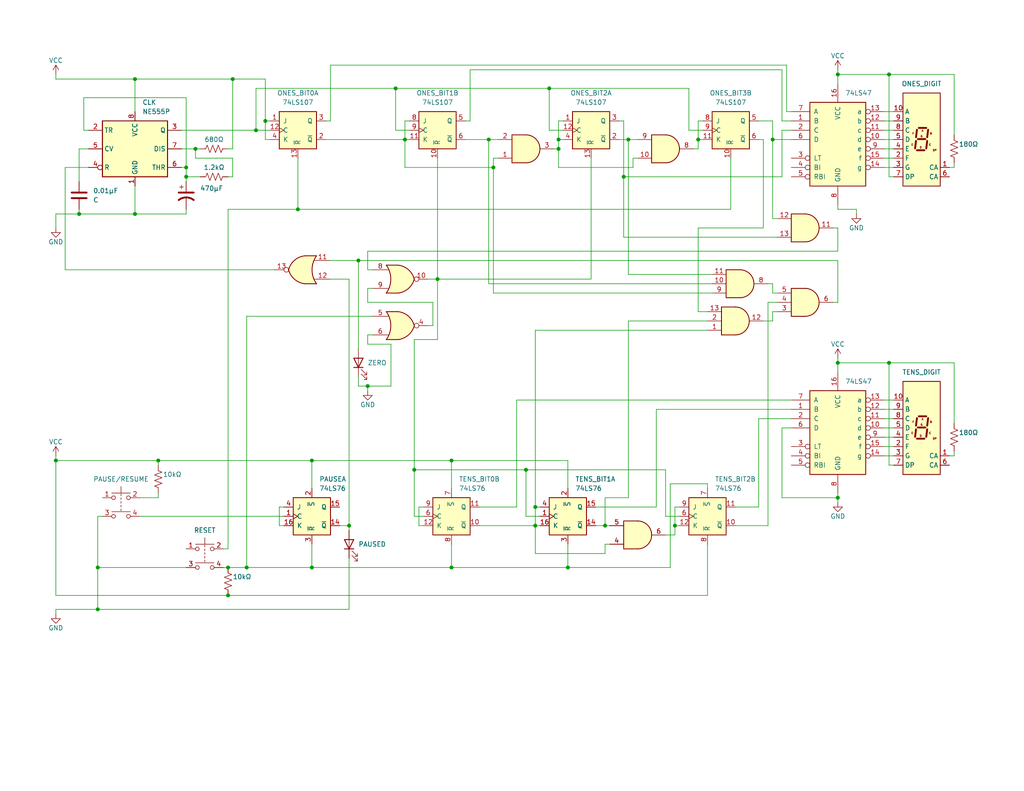
<source format=kicad_sch>
(kicad_sch (version 20211123) (generator eeschema)
  (paper "USLetter")
  (title_block (title "Countdown Timer") (date "2023-04-16") (rev "1") (comment 1 "Developed by Wyatt Geckle") (comment 4 "60 second countdown timer with pause and reset inputs."))
  (lib_symbols
    (symbol "74xx:74LS02" (pin_names (offset 1.016))
      (property "Reference" "U" (at 0 1.27 0))
      (property "Value" "74LS02" (at 0 -1.27 0))
      (symbol "74LS02_1_1"
        (pin output inverted (at 7.62 0 180) (length 3.81) (name "~") (number "1"))
        (pin input line (at -7.62 2.54 0) (length 4.318) (name "~") (number "2"))
        (pin input line (at -7.62 -2.54 0) (length 4.318) (name "~") (number "3"))
      )
      (symbol "74LS02_1_2"
        (pin output line (at 7.62 0 180) (length 3.81) (name "~") (number "1"))
        (pin input inverted (at -7.62 2.54 0) (length 3.81) (name "~") (number "2"))
        (pin input inverted (at -7.62 -2.54 0) (length 3.81) (name "~") (number "3"))
      )
      (symbol "74LS02_2_1"
        (pin output inverted (at 7.62 0 180) (length 3.81) (name "~") (number "4"))
        (pin input line (at -7.62 2.54 0) (length 4.318) (name "~") (number "5"))
        (pin input line (at -7.62 -2.54 0) (length 4.318) (name "~") (number "6"))
      )
      (symbol "74LS02_2_2"
        (pin output line (at 7.62 0 180) (length 3.81) (name "~") (number "4"))
        (pin input inverted (at -7.62 2.54 0) (length 3.81) (name "~") (number "5"))
        (pin input inverted (at -7.62 -2.54 0) (length 3.81) (name "~") (number "6"))
      )
      (symbol "74LS02_3_1"
        (pin output inverted (at 7.62 0 180) (length 3.81) (name "~") (number "10"))
        (pin input line (at -7.62 2.54 0) (length 4.318) (name "~") (number "8"))
        (pin input line (at -7.62 -2.54 0) (length 4.318) (name "~") (number "9"))
      )
      (symbol "74LS02_3_2"
        (pin output line (at 7.62 0 180) (length 3.81) (name "~") (number "10"))
        (pin input inverted (at -7.62 2.54 0) (length 3.81) (name "~") (number "8"))
        (pin input inverted (at -7.62 -2.54 0) (length 3.81) (name "~") (number "9"))
      )
      (symbol "74LS02_4_1"
        (pin input line (at -7.62 2.54 0) (length 4.318) (name "~") (number "11"))
        (pin input line (at -7.62 -2.54 0) (length 4.318) (name "~") (number "12"))
        (pin output inverted (at 7.62 0 180) (length 3.81) (name "~") (number "13"))
      )
      (symbol "74LS02_4_2"
        (pin input inverted (at -7.62 2.54 0) (length 3.81) (name "~") (number "11"))
        (pin input inverted (at -7.62 -2.54 0) (length 3.81) (name "~") (number "12"))
        (pin output line (at 7.62 0 180) (length 3.81) (name "~") (number "13"))
      )
      (symbol "74LS02_5_0"
        (pin power_in line (at 0 12.7 270) (length 5.08) (name "VCC") (number "14"))
        (pin power_in line (at 0 -12.7 90) (length 5.08) (name "GND") (number "7"))
      )
    )
    (symbol "74xx:74LS08" (pin_names (offset 1.016))
      (property "Reference" "U" (at 0 1.27 0))
      (property "Value" "74LS08" (at 0 -1.27 0))
      (symbol "74LS08_1_1"
        (pin input line (at -7.62 2.54 0) (length 3.81) (name "~") (number "1"))
        (pin input line (at -7.62 -2.54 0) (length 3.81) (name "~") (number "2"))
        (pin output line (at 7.62 0 180) (length 3.81) (name "~") (number "3"))
      )
      (symbol "74LS08_1_2"
        (pin input inverted (at -7.62 2.54 0) (length 4.318) (name "~") (number "1"))
        (pin input inverted (at -7.62 -2.54 0) (length 4.318) (name "~") (number "2"))
        (pin output inverted (at 7.62 0 180) (length 3.81) (name "~") (number "3"))
      )
      (symbol "74LS08_2_1"
        (pin input line (at -7.62 2.54 0) (length 3.81) (name "~") (number "4"))
        (pin input line (at -7.62 -2.54 0) (length 3.81) (name "~") (number "5"))
        (pin output line (at 7.62 0 180) (length 3.81) (name "~") (number "6"))
      )
      (symbol "74LS08_2_2"
        (pin input inverted (at -7.62 2.54 0) (length 4.318) (name "~") (number "4"))
        (pin input inverted (at -7.62 -2.54 0) (length 4.318) (name "~") (number "5"))
        (pin output inverted (at 7.62 0 180) (length 3.81) (name "~") (number "6"))
      )
      (symbol "74LS08_3_1"
        (pin input line (at -7.62 -2.54 0) (length 3.81) (name "~") (number "10"))
        (pin output line (at 7.62 0 180) (length 3.81) (name "~") (number "8"))
        (pin input line (at -7.62 2.54 0) (length 3.81) (name "~") (number "9"))
      )
      (symbol "74LS08_3_2"
        (pin input inverted (at -7.62 -2.54 0) (length 4.318) (name "~") (number "10"))
        (pin output inverted (at 7.62 0 180) (length 3.81) (name "~") (number "8"))
        (pin input inverted (at -7.62 2.54 0) (length 4.318) (name "~") (number "9"))
      )
      (symbol "74LS08_4_1"
        (pin output line (at 7.62 0 180) (length 3.81) (name "~") (number "11"))
        (pin input line (at -7.62 2.54 0) (length 3.81) (name "~") (number "12"))
        (pin input line (at -7.62 -2.54 0) (length 3.81) (name "~") (number "13"))
      )
      (symbol "74LS08_4_2"
        (pin output inverted (at 7.62 0 180) (length 3.81) (name "~") (number "11"))
        (pin input inverted (at -7.62 2.54 0) (length 4.318) (name "~") (number "12"))
        (pin input inverted (at -7.62 -2.54 0) (length 4.318) (name "~") (number "13"))
      )
      (symbol "74LS08_5_0"
        (pin power_in line (at 0 12.7 270) (length 5.08) (name "VCC") (number "14"))
        (pin power_in line (at 0 -12.7 90) (length 5.08) (name "GND") (number "7"))
      )
    )
    (symbol "74xx:74LS107" (pin_names (offset 1.016))
      (property "Reference" "U" (at -7.62 8.89 0))
      (property "Value" "74LS107" (at -7.62 -8.89 0))
      (symbol "74LS107_1_0"
        (pin input line (at -7.62 2.54 0) (length 2.54) (name "J") (number "1"))
        (pin input clock (at -7.62 0 0) (length 2.54) (name "C") (number "12"))
        (pin input line (at 0 -7.62 90) (length 2.54) (name "~{R}") (number "13"))
        (pin output line (at 7.62 -2.54 180) (length 2.54) (name "~{Q}") (number "2"))
        (pin output line (at 7.62 2.54 180) (length 2.54) (name "Q") (number "3"))
        (pin input line (at -7.62 -2.54 0) (length 2.54) (name "K") (number "4"))
      )
      (symbol "74LS107_2_0"
        (pin input line (at 0 -7.62 90) (length 2.54) (name "~{R}") (number "10"))
        (pin input line (at -7.62 -2.54 0) (length 2.54) (name "K") (number "11"))
        (pin output line (at 7.62 2.54 180) (length 2.54) (name "Q") (number "5"))
        (pin output line (at 7.62 -2.54 180) (length 2.54) (name "~{Q}") (number "6"))
        (pin input line (at -7.62 2.54 0) (length 2.54) (name "J") (number "8"))
        (pin input clock (at -7.62 0 0) (length 2.54) (name "C") (number "9"))
      )
      (symbol "74LS107_3_0"
        (pin power_in line (at 0 10.16 270) (length 2.54) (name "VCC") (number "14"))
        (pin power_in line (at 0 -10.16 90) (length 2.54) (name "GND") (number "7"))
      )
    )
    (symbol "74xx:74LS11" (pin_names (offset 1.016))
      (property "Reference" "U" (at 0 1.27 0))
      (property "Value" "74LS11" (at 0 -1.27 0))
      (symbol "74LS11_1_1"
        (pin input line (at -7.62 2.54 0) (length 3.81) (name "~") (number "1"))
        (pin output line (at 7.62 0 180) (length 3.81) (name "~") (number "12"))
        (pin input line (at -7.62 -2.54 0) (length 3.81) (name "~") (number "13"))
        (pin input line (at -7.62 0 0) (length 3.81) (name "~") (number "2"))
      )
      (symbol "74LS11_1_2"
        (pin input inverted (at -7.62 2.54 0) (length 4.318) (name "~") (number "1"))
        (pin output inverted (at 7.62 0 180) (length 3.81) (name "~") (number "12"))
        (pin input inverted (at -7.62 -2.54 0) (length 4.318) (name "~") (number "13"))
        (pin input inverted (at -7.62 0 0) (length 4.953) (name "~") (number "2"))
      )
      (symbol "74LS11_2_1"
        (pin input line (at -7.62 2.54 0) (length 3.81) (name "~") (number "3"))
        (pin input line (at -7.62 0 0) (length 3.81) (name "~") (number "4"))
        (pin input line (at -7.62 -2.54 0) (length 3.81) (name "~") (number "5"))
        (pin output line (at 7.62 0 180) (length 3.81) (name "~") (number "6"))
      )
      (symbol "74LS11_2_2"
        (pin input inverted (at -7.62 2.54 0) (length 4.318) (name "~") (number "3"))
        (pin input inverted (at -7.62 0 0) (length 4.953) (name "~") (number "4"))
        (pin input inverted (at -7.62 -2.54 0) (length 4.318) (name "~") (number "5"))
        (pin output inverted (at 7.62 0 180) (length 3.81) (name "~") (number "6"))
      )
      (symbol "74LS11_3_1"
        (pin input line (at -7.62 0 0) (length 3.81) (name "~") (number "10"))
        (pin input line (at -7.62 -2.54 0) (length 3.81) (name "~") (number "11"))
        (pin output line (at 7.62 0 180) (length 3.81) (name "~") (number "8"))
        (pin input line (at -7.62 2.54 0) (length 3.81) (name "~") (number "9"))
      )
      (symbol "74LS11_3_2"
        (pin input inverted (at -7.62 0 0) (length 4.953) (name "~") (number "10"))
        (pin input inverted (at -7.62 -2.54 0) (length 4.318) (name "~") (number "11"))
        (pin output inverted (at 7.62 0 180) (length 3.81) (name "~") (number "8"))
        (pin input inverted (at -7.62 2.54 0) (length 4.318) (name "~") (number "9"))
      )
      (symbol "74LS11_4_0"
        (pin power_in line (at 0 12.7 270) (length 5.08) (name "VCC") (number "14"))
        (pin power_in line (at 0 -12.7 90) (length 5.08) (name "GND") (number "7"))
      )
    )
    (symbol "74xx:74LS47" (pin_names (offset 1.016))
      (property "Reference" "U" (at -7.62 11.43 0))
      (property "Value" "74LS47" (at -7.62 -13.97 0))
      (symbol "74LS47_1_0"
        (pin input line (at -12.7 5.08 0) (length 5.08) (name "B") (number "1"))
        (pin open_collector inverted (at 12.7 0 180) (length 5.08) (name "d") (number "10"))
        (pin open_collector inverted (at 12.7 2.54 180) (length 5.08) (name "c") (number "11"))
        (pin open_collector inverted (at 12.7 5.08 180) (length 5.08) (name "b") (number "12"))
        (pin open_collector inverted (at 12.7 7.62 180) (length 5.08) (name "a") (number "13"))
        (pin open_collector inverted (at 12.7 -7.62 180) (length 5.08) (name "g") (number "14"))
        (pin open_collector inverted (at 12.7 -5.08 180) (length 5.08) (name "f") (number "15"))
        (pin power_in line (at 0 15.24 270) (length 5.08) (name "VCC") (number "16"))
        (pin input line (at -12.7 2.54 0) (length 5.08) (name "C") (number "2"))
        (pin input inverted (at -12.7 -5.08 0) (length 5.08) (name "LT") (number "3"))
        (pin input inverted (at -12.7 -7.62 0) (length 5.08) (name "BI") (number "4"))
        (pin input inverted (at -12.7 -10.16 0) (length 5.08) (name "RBI") (number "5"))
        (pin input line (at -12.7 0 0) (length 5.08) (name "D") (number "6"))
        (pin input line (at -12.7 7.62 0) (length 5.08) (name "A") (number "7"))
        (pin power_in line (at 0 -17.78 90) (length 5.08) (name "GND") (number "8"))
        (pin open_collector inverted (at 12.7 -2.54 180) (length 5.08) (name "e") (number "9"))
      )
    )
    (symbol "74xx:74LS76" (pin_names (offset 1.016))
      (property "Reference" "U" (at -7.62 8.89 0))
      (property "Value" "74LS76" (at -7.62 -8.89 0))
      (symbol "74LS76_1_0"
        (pin input clock (at -7.62 0 0) (length 2.54) (name "C") (number "1"))
        (pin output line (at 7.62 -2.54 180) (length 2.54) (name "~{Q}") (number "14"))
        (pin output line (at 7.62 2.54 180) (length 2.54) (name "Q") (number "15"))
        (pin input line (at -7.62 -2.54 0) (length 2.54) (name "K") (number "16"))
        (pin input line (at 0 7.62 270) (length 2.54) (name "~{S}") (number "2"))
        (pin input line (at 0 -7.62 90) (length 2.54) (name "~{R}") (number "3"))
        (pin input line (at -7.62 2.54 0) (length 2.54) (name "J") (number "4"))
      )
      (symbol "74LS76_2_0"
        (pin output line (at 7.62 -2.54 180) (length 2.54) (name "~{Q}") (number "10"))
        (pin output line (at 7.62 2.54 180) (length 2.54) (name "Q") (number "11"))
        (pin input line (at -7.62 -2.54 0) (length 2.54) (name "K") (number "12"))
        (pin input clock (at -7.62 0 0) (length 2.54) (name "C") (number "6"))
        (pin input line (at 0 7.62 270) (length 2.54) (name "~{S}") (number "7"))
        (pin input line (at 0 -7.62 90) (length 2.54) (name "~{R}") (number "8"))
        (pin input line (at -7.62 2.54 0) (length 2.54) (name "J") (number "9"))
      )
      (symbol "74LS76_3_0"
        (pin power_in line (at 0 -10.16 90) (length 2.54) (name "GND") (number "13"))
        (pin power_in line (at 0 10.16 270) (length 2.54) (name "VCC") (number "5"))
      )
    )
    (symbol "Device:C" (pin_numbers hide) (pin_names (offset 0.254))
      (property "Reference" "C" (at 0.635 2.54 0))
      (property "Value" "C" (at 0.635 -2.54 0))
      (symbol "C_1_1"
        (pin passive line (at 0 3.81 270) (length 2.794) (name "~") (number "1"))
        (pin passive line (at 0 -3.81 90) (length 2.794) (name "~") (number "2"))
      )
    )
    (symbol "Device:C_Polarized_US" (pin_numbers hide) (pin_names (offset 0.254) hide)
      (property "Reference" "C" (at 0.635 2.54 0))
      (property "Value" "C_Polarized_US" (at 0.635 -2.54 0))
      (symbol "C_Polarized_US_1_1"
        (pin passive line (at 0 3.81 270) (length 2.794) (name "~") (number "1"))
        (pin passive line (at 0 -3.81 90) (length 3.302) (name "~") (number "2"))
      )
    )
    (symbol "Device:LED" (pin_numbers hide) (pin_names (offset 1.016) hide)
      (property "Reference" "D" (at 0 2.54 0))
      (property "Value" "LED" (at 0 -2.54 0))
      (symbol "LED_1_1"
        (pin passive line (at -3.81 0 0) (length 2.54) (name "K") (number "1"))
        (pin passive line (at 3.81 0 180) (length 2.54) (name "A") (number "2"))
      )
    )
    (symbol "Device:R_US" (pin_numbers hide) (pin_names (offset 0))
      (property "Reference" "R" (at 2.54 0 90))
      (property "Value" "R_US" (at -2.54 0 90))
      (symbol "R_US_1_1"
        (pin passive line (at 0 3.81 270) (length 1.27) (name "~") (number "1"))
        (pin passive line (at 0 -3.81 90) (length 1.27) (name "~") (number "2"))
      )
    )
    (symbol "Display_Character:HDSP-7501"
      (property "Reference" "U" (at -3.81 13.97 0))
      (property "Value" "HDSP-7501" (at 6.35 13.97 0))
      (symbol "HDSP-7501_1_0"
        (text "A" (at 0.254 2.413 0) (effects (font (size 0.508 0.508))))
        (text "B" (at 2.54 1.651 0) (effects (font (size 0.508 0.508))))
        (text "C" (at 2.286 -1.397 0) (effects (font (size 0.508 0.508))))
        (text "D" (at -0.254 -2.159 0) (effects (font (size 0.508 0.508))))
        (text "DP" (at 3.556 -2.921 0) (effects (font (size 0.508 0.508))))
        (text "E" (at -2.54 -1.397 0) (effects (font (size 0.508 0.508))))
        (text "F" (at -2.286 1.651 0) (effects (font (size 0.508 0.508))))
        (text "G" (at 0 0.889 0) (effects (font (size 0.508 0.508))))
      )
      (symbol "HDSP-7501_1_1"
        (pin input line (at 7.62 -7.62 180) (length 2.54) (name "CA") (number "1"))
        (pin input line (at -7.62 7.62 0) (length 2.54) (name "A") (number "10"))
        (pin input line (at -7.62 -5.08 0) (length 2.54) (name "F") (number "2"))
        (pin input line (at -7.62 -7.62 0) (length 2.54) (name "G") (number "3"))
        (pin input line (at -7.62 -2.54 0) (length 2.54) (name "E") (number "4"))
        (pin input line (at -7.62 0 0) (length 2.54) (name "D") (number "5"))
        (pin input line (at 7.62 -10.16 180) (length 2.54) (name "CA") (number "6"))
        (pin input line (at -7.62 -10.16 0) (length 2.54) (name "DP") (number "7"))
        (pin input line (at -7.62 2.54 0) (length 2.54) (name "C") (number "8"))
        (pin input line (at -7.62 5.08 0) (length 2.54) (name "B") (number "9"))
      )
    )
    (symbol "Switch:SW_Push_Dual" (pin_names (offset 1.016) hide)
      (property "Reference" "SW" (at 1.27 2.54 0))
      (property "Value" "SW_Push_Dual" (at 0 -6.858 0))
      (symbol "SW_Push_Dual_0_1"
        (pin passive line (at -5.08 0 0) (length 2.54) (name "1") (number "1"))
        (pin passive line (at 5.08 0 180) (length 2.54) (name "2") (number "2"))
        (pin passive line (at -5.08 -5.08 0) (length 2.54) (name "3") (number "3"))
        (pin passive line (at 5.08 -5.08 180) (length 2.54) (name "4") (number "4"))
      )
    )
    (symbol "Timer:NE555P"
      (property "Reference" "U" (at -10.16 8.89 0))
      (property "Value" "NE555P" (at 2.54 8.89 0))
      (symbol "NE555P_0_0"
        (pin power_in line (at 0 -10.16 90) (length 2.54) (name "GND") (number "1"))
        (pin power_in line (at 0 10.16 270) (length 2.54) (name "VCC") (number "8"))
      )
      (symbol "NE555P_1_1"
        (pin input line (at -12.7 5.08 0) (length 3.81) (name "TR") (number "2"))
        (pin output line (at 12.7 5.08 180) (length 3.81) (name "Q") (number "3"))
        (pin input inverted (at -12.7 -5.08 0) (length 3.81) (name "R") (number "4"))
        (pin input line (at -12.7 0 0) (length 3.81) (name "CV") (number "5"))
        (pin input line (at 12.7 -5.08 180) (length 3.81) (name "THR") (number "6"))
        (pin input line (at 12.7 0 180) (length 3.81) (name "DIS") (number "7"))
      )
    )
    (symbol "power:GND" (power) (pin_names (offset 0))
      (property "Value" "GND" (at 0 -3.81 0))
      (symbol "GND_1_1"
        (pin power_in line (at 0 0 270) (length 0) hide (name "GND") (number "1"))
      )
    )
    (symbol "power:VCC" (power) (pin_names (offset 0))
      (property "Value" "VCC" (at 0 3.81 0))
      (symbol "VCC_1_1"
        (pin power_in line (at 0 0 90) (length 0) hide (name "VCC") (number "1"))
      )
    )
  )
  (junction (at 143.51 128.27))
  (junction (at 36.83 21.59))
  (junction (at 72.39 33.02))
  (junction (at 36.83 58.42))
  (junction (at 26.67 154.94))
  (junction (at 69.85 35.56))
  (junction (at 184.15 143.51))
  (junction (at 190.5 38.1))
  (junction (at 123.19 154.94))
  (junction (at 149.86 24.13))
  (junction (at 171.45 38.1))
  (junction (at 85.09 154.94))
  (junction (at 119.38 76.2))
  (junction (at 113.03 128.27))
  (junction (at 134.62 45.72))
  (junction (at 110.49 38.1))
  (junction (at 62.23 154.94))
  (junction (at 228.6 99.06))
  (junction (at 100.33 105.41))
  (junction (at 50.8 45.72))
  (junction (at 133.35 38.1))
  (junction (at 170.18 48.26))
  (junction (at 53.34 40.64))
  (junction (at 97.79 71.12))
  (junction (at 152.4 38.1))
  (junction (at 154.94 154.94))
  (junction (at 43.18 125.73))
  (junction (at 15.24 125.73))
  (junction (at 228.6 135.89))
  (junction (at 165.1 143.51))
  (junction (at 50.8 48.26))
  (junction (at 242.57 99.06))
  (junction (at 146.05 138.43))
  (junction (at 107.95 24.13))
  (junction (at 67.31 154.94))
  (junction (at 152.4 40.64))
  (junction (at 26.67 166.37))
  (junction (at 85.09 125.73))
  (junction (at 123.19 125.73))
  (junction (at 21.59 58.42))
  (junction (at 146.05 143.51))
  (junction (at 95.25 143.51))
  (junction (at 228.6 20.32))
  (junction (at 63.5 21.59))
  (junction (at 242.57 20.32))
  (junction (at 81.28 57.15))
  (junction (at 210.82 38.1))
  (junction (at 62.23 162.56))
  (wire (pts (xy 85.09 148.59) (xy 85.09 154.94)))
  (wire (pts (xy 189.23 40.64) (xy 190.5 40.64)))
  (wire (pts (xy 72.39 38.1) (xy 72.39 33.02)))
  (wire (pts (xy 210.82 80.01) (xy 212.09 80.01)))
  (wire (pts (xy 85.09 125.73) (xy 85.09 133.35)))
  (wire (pts (xy 172.72 43.18) (xy 172.72 45.72)))
  (wire (pts (xy 260.35 115.57) (xy 260.35 99.06)))
  (wire (pts (xy 212.09 59.69) (xy 210.82 59.69)))
  (wire (pts (xy 242.57 20.32) (xy 242.57 48.26)))
  (wire (pts (xy 113.03 128.27) (xy 113.03 92.71)))
  (wire (pts (xy 62.23 154.94) (xy 60.96 154.94)))
  (wire (pts (xy 60.96 149.86) (xy 62.23 149.86)))
  (wire (pts (xy 123.19 148.59) (xy 123.19 154.94)))
  (wire (pts (xy 149.86 35.56) (xy 149.86 24.13)))
  (wire (pts (xy 190.5 38.1) (xy 190.5 33.02)))
  (wire (pts (xy 15.24 21.59) (xy 36.83 21.59)))
  (wire (pts (xy 199.39 57.15) (xy 81.28 57.15)))
  (wire (pts (xy 15.24 167.64) (xy 15.24 166.37)))
  (wire (pts (xy 194.31 80.01) (xy 134.62 80.01)))
  (wire (pts (xy 154.94 133.35) (xy 154.94 125.73)))
  (wire (pts (xy 76.2 143.51) (xy 77.47 143.51)))
  (wire (pts (xy 228.6 20.32) (xy 228.6 22.86)))
  (wire (pts (xy 170.18 33.02) (xy 170.18 48.26)))
  (wire (pts (xy 69.85 35.56) (xy 73.66 35.56)))
  (wire (pts (xy 38.1 135.89) (xy 43.18 135.89)))
  (wire (pts (xy 118.11 88.9) (xy 118.11 82.55)))
  (wire (pts (xy 207.01 33.02) (xy 210.82 33.02)))
  (wire (pts (xy 228.6 19.05) (xy 228.6 20.32)))
  (wire (pts (xy 85.09 125.73) (xy 123.19 125.73)))
  (wire (pts (xy 15.24 166.37) (xy 26.67 166.37)))
  (wire (pts (xy 95.25 143.51) (xy 95.25 76.2)))
  (wire (pts (xy 15.24 62.23) (xy 15.24 58.42)))
  (wire (pts (xy 210.82 33.02) (xy 210.82 38.1)))
  (wire (pts (xy 161.29 76.2) (xy 119.38 76.2)))
  (wire (pts (xy 128.27 33.02) (xy 128.27 19.05)))
  (wire (pts (xy 17.78 73.66) (xy 74.93 73.66)))
  (wire (pts (xy 97.79 105.41) (xy 100.33 105.41)))
  (wire (pts (xy 17.78 73.66) (xy 17.78 45.72)))
  (wire (pts (xy 38.1 140.97) (xy 77.47 140.97)))
  (wire (pts (xy 53.34 40.64) (xy 53.34 43.18)))
  (wire (pts (xy 146.05 90.17) (xy 146.05 138.43)))
  (wire (pts (xy 181.61 140.97) (xy 181.61 128.27)))
  (wire (pts (xy 193.04 132.08) (xy 182.88 132.08)))
  (wire (pts (xy 49.53 35.56) (xy 69.85 35.56)))
  (wire (pts (xy 97.79 102.87) (xy 97.79 105.41)))
  (wire (pts (xy 173.99 43.18) (xy 172.72 43.18)))
  (wire (pts (xy 106.68 93.98) (xy 106.68 105.41)))
  (wire (pts (xy 184.15 146.05) (xy 184.15 143.51)))
  (wire (pts (xy 168.91 38.1) (xy 171.45 38.1)))
  (wire (pts (xy 193.04 162.56) (xy 62.23 162.56)))
  (wire (pts (xy 228.6 137.16) (xy 228.6 135.89)))
  (wire (pts (xy 72.39 33.02) (xy 72.39 21.59)))
  (wire (pts (xy 43.18 125.73) (xy 15.24 125.73)))
  (wire (pts (xy 241.3 121.92) (xy 243.84 121.92)))
  (wire (pts (xy 95.25 143.51) (xy 95.25 144.78)))
  (wire (pts (xy 130.81 143.51) (xy 146.05 143.51)))
  (wire (pts (xy 81.28 43.18) (xy 81.28 57.15)))
  (wire (pts (xy 213.36 33.02) (xy 215.9 33.02)))
  (wire (pts (xy 50.8 57.15) (xy 50.8 58.42)))
  (wire (pts (xy 242.57 99.06) (xy 242.57 127)))
  (wire (pts (xy 165.1 143.51) (xy 166.37 143.51)))
  (wire (pts (xy 62.23 40.64) (xy 63.5 40.64)))
  (wire (pts (xy 242.57 20.32) (xy 228.6 20.32)))
  (wire (pts (xy 151.13 40.64) (xy 152.4 40.64)))
  (wire (pts (xy 146.05 138.43) (xy 146.05 143.51)))
  (wire (pts (xy 85.09 125.73) (xy 43.18 125.73)))
  (wire (pts (xy 154.94 154.94) (xy 182.88 154.94)))
  (wire (pts (xy 187.96 24.13) (xy 149.86 24.13)))
  (wire (pts (xy 210.82 38.1) (xy 215.9 38.1)))
  (wire (pts (xy 215.9 35.56) (xy 213.36 35.56)))
  (wire (pts (xy 50.8 48.26) (xy 50.8 49.53)))
  (wire (pts (xy 190.5 33.02) (xy 191.77 33.02)))
  (wire (pts (xy 190.5 38.1) (xy 191.77 38.1)))
  (wire (pts (xy 241.3 35.56) (xy 243.84 35.56)))
  (wire (pts (xy 85.09 154.94) (xy 67.31 154.94)))
  (wire (pts (xy 100.33 68.58) (xy 228.6 68.58)))
  (wire (pts (xy 152.4 38.1) (xy 153.67 38.1)))
  (wire (pts (xy 208.28 62.23) (xy 190.5 62.23)))
  (wire (pts (xy 207.01 38.1) (xy 208.28 38.1)))
  (wire (pts (xy 213.36 48.26) (xy 170.18 48.26)))
  (wire (pts (xy 154.94 148.59) (xy 154.94 154.94)))
  (wire (pts (xy 22.86 35.56) (xy 22.86 26.67)))
  (wire (pts (xy 128.27 19.05) (xy 213.36 19.05)))
  (wire (pts (xy 185.42 140.97) (xy 181.61 140.97)))
  (wire (pts (xy 26.67 154.94) (xy 26.67 166.37)))
  (wire (pts (xy 228.6 82.55) (xy 228.6 71.12)))
  (wire (pts (xy 228.6 55.88) (xy 228.6 57.15)))
  (wire (pts (xy 76.2 138.43) (xy 76.2 143.51)))
  (wire (pts (xy 88.9 33.02) (xy 90.17 33.02)))
  (wire (pts (xy 143.51 128.27) (xy 113.03 128.27)))
  (wire (pts (xy 72.39 21.59) (xy 63.5 21.59)))
  (wire (pts (xy 53.34 40.64) (xy 54.61 40.64)))
  (wire (pts (xy 154.94 125.73) (xy 123.19 125.73)))
  (wire (pts (xy 227.33 82.55) (xy 228.6 82.55)))
  (wire (pts (xy 213.36 135.89) (xy 228.6 135.89)))
  (wire (pts (xy 213.36 116.84) (xy 213.36 135.89)))
  (wire (pts (xy 260.35 45.72) (xy 259.08 45.72)))
  (wire (pts (xy 208.28 38.1) (xy 208.28 62.23)))
  (wire (pts (xy 133.35 77.47) (xy 133.35 38.1)))
  (wire (pts (xy 194.31 74.93) (xy 171.45 74.93)))
  (wire (pts (xy 171.45 135.89) (xy 165.1 135.89)))
  (wire (pts (xy 181.61 128.27) (xy 143.51 128.27)))
  (wire (pts (xy 259.08 124.46) (xy 260.35 124.46)))
  (wire (pts (xy 88.9 38.1) (xy 110.49 38.1)))
  (wire (pts (xy 147.32 140.97) (xy 143.51 140.97)))
  (wire (pts (xy 67.31 86.36) (xy 67.31 154.94)))
  (wire (pts (xy 170.18 48.26) (xy 170.18 64.77)))
  (wire (pts (xy 190.5 62.23) (xy 190.5 85.09)))
  (wire (pts (xy 22.86 26.67) (xy 50.8 26.67)))
  (wire (pts (xy 210.82 77.47) (xy 210.82 80.01)))
  (wire (pts (xy 179.07 111.76) (xy 179.07 138.43)))
  (wire (pts (xy 165.1 151.13) (xy 146.05 151.13)))
  (wire (pts (xy 62.23 149.86) (xy 62.23 57.15)))
  (wire (pts (xy 100.33 73.66) (xy 100.33 68.58)))
  (wire (pts (xy 242.57 99.06) (xy 228.6 99.06)))
  (wire (pts (xy 209.55 82.55) (xy 209.55 143.51)))
  (wire (pts (xy 15.24 125.73) (xy 15.24 162.56)))
  (wire (pts (xy 134.62 80.01) (xy 134.62 45.72)))
  (wire (pts (xy 26.67 140.97) (xy 26.67 154.94)))
  (wire (pts (xy 49.53 45.72) (xy 50.8 45.72)))
  (wire (pts (xy 53.34 40.64) (xy 49.53 40.64)))
  (wire (pts (xy 118.11 82.55) (xy 100.33 82.55)))
  (wire (pts (xy 209.55 77.47) (xy 210.82 77.47)))
  (wire (pts (xy 110.49 45.72) (xy 110.49 38.1)))
  (wire (pts (xy 97.79 71.12) (xy 97.79 95.25)))
  (wire (pts (xy 62.23 57.15) (xy 81.28 57.15)))
  (wire (pts (xy 165.1 148.59) (xy 165.1 151.13)))
  (wire (pts (xy 241.3 116.84) (xy 243.84 116.84)))
  (wire (pts (xy 140.97 138.43) (xy 130.81 138.43)))
  (wire (pts (xy 161.29 43.18) (xy 161.29 76.2)))
  (wire (pts (xy 190.5 40.64) (xy 190.5 38.1)))
  (wire (pts (xy 77.47 138.43) (xy 76.2 138.43)))
  (wire (pts (xy 185.42 138.43) (xy 184.15 138.43)))
  (wire (pts (xy 162.56 143.51) (xy 165.1 143.51)))
  (wire (pts (xy 165.1 148.59) (xy 166.37 148.59)))
  (wire (pts (xy 135.89 43.18) (xy 134.62 43.18)))
  (wire (pts (xy 215.9 116.84) (xy 213.36 116.84)))
  (wire (pts (xy 111.76 35.56) (xy 107.95 35.56)))
  (wire (pts (xy 149.86 24.13) (xy 107.95 24.13)))
  (wire (pts (xy 184.15 138.43) (xy 184.15 143.51)))
  (wire (pts (xy 95.25 152.4) (xy 95.25 166.37)))
  (wire (pts (xy 62.23 48.26) (xy 63.5 48.26)))
  (wire (pts (xy 228.6 57.15) (xy 233.68 57.15)))
  (wire (pts (xy 17.78 45.72) (xy 24.13 45.72)))
  (wire (pts (xy 241.3 111.76) (xy 243.84 111.76)))
  (wire (pts (xy 43.18 135.89) (xy 43.18 134.62)))
  (wire (pts (xy 208.28 87.63) (xy 210.82 87.63)))
  (wire (pts (xy 190.5 85.09) (xy 193.04 85.09)))
  (wire (pts (xy 134.62 43.18) (xy 134.62 45.72)))
  (wire (pts (xy 90.17 17.78) (xy 214.63 17.78)))
  (wire (pts (xy 116.84 88.9) (xy 118.11 88.9)))
  (wire (pts (xy 100.33 91.44) (xy 100.33 93.98)))
  (wire (pts (xy 97.79 71.12) (xy 228.6 71.12)))
  (wire (pts (xy 90.17 71.12) (xy 97.79 71.12)))
  (wire (pts (xy 153.67 35.56) (xy 149.86 35.56)))
  (wire (pts (xy 140.97 109.22) (xy 140.97 138.43)))
  (wire (pts (xy 241.3 114.3) (xy 243.84 114.3)))
  (wire (pts (xy 214.63 17.78) (xy 214.63 30.48)))
  (wire (pts (xy 181.61 146.05) (xy 184.15 146.05)))
  (wire (pts (xy 15.24 21.59) (xy 15.24 20.32)))
  (wire (pts (xy 228.6 99.06) (xy 228.6 101.6)))
  (wire (pts (xy 92.71 143.51) (xy 95.25 143.51)))
  (wire (pts (xy 193.04 133.35) (xy 193.04 132.08)))
  (wire (pts (xy 228.6 62.23) (xy 227.33 62.23)))
  (wire (pts (xy 241.3 33.02) (xy 243.84 33.02)))
  (wire (pts (xy 50.8 48.26) (xy 54.61 48.26)))
  (wire (pts (xy 165.1 135.89) (xy 165.1 143.51)))
  (wire (pts (xy 114.3 143.51) (xy 115.57 143.51)))
  (wire (pts (xy 69.85 24.13) (xy 69.85 35.56)))
  (wire (pts (xy 260.35 124.46) (xy 260.35 123.19)))
  (wire (pts (xy 260.35 36.83) (xy 260.35 20.32)))
  (wire (pts (xy 115.57 140.97) (xy 113.03 140.97)))
  (wire (pts (xy 50.8 45.72) (xy 50.8 48.26)))
  (wire (pts (xy 50.8 26.67) (xy 50.8 45.72)))
  (wire (pts (xy 193.04 148.59) (xy 193.04 162.56)))
  (wire (pts (xy 243.84 48.26) (xy 242.57 48.26)))
  (wire (pts (xy 63.5 48.26) (xy 63.5 43.18)))
  (wire (pts (xy 101.6 78.74) (xy 100.33 78.74)))
  (wire (pts (xy 143.51 140.97) (xy 143.51 128.27)))
  (wire (pts (xy 100.33 78.74) (xy 100.33 82.55)))
  (wire (pts (xy 152.4 33.02) (xy 152.4 38.1)))
  (wire (pts (xy 90.17 33.02) (xy 90.17 17.78)))
  (wire (pts (xy 110.49 38.1) (xy 111.76 38.1)))
  (wire (pts (xy 24.13 35.56) (xy 22.86 35.56)))
  (wire (pts (xy 209.55 82.55) (xy 212.09 82.55)))
  (wire (pts (xy 172.72 45.72) (xy 152.4 45.72)))
  (wire (pts (xy 241.3 124.46) (xy 243.84 124.46)))
  (wire (pts (xy 147.32 138.43) (xy 146.05 138.43)))
  (wire (pts (xy 43.18 125.73) (xy 43.18 127)))
  (wire (pts (xy 113.03 140.97) (xy 113.03 128.27)))
  (wire (pts (xy 260.35 44.45) (xy 260.35 45.72)))
  (wire (pts (xy 228.6 97.79) (xy 228.6 99.06)))
  (wire (pts (xy 207.01 114.3) (xy 215.9 114.3)))
  (wire (pts (xy 72.39 33.02) (xy 73.66 33.02)))
  (wire (pts (xy 36.83 21.59) (xy 36.83 30.48)))
  (wire (pts (xy 119.38 92.71) (xy 119.38 76.2)))
  (wire (pts (xy 241.3 30.48) (xy 243.84 30.48)))
  (wire (pts (xy 50.8 58.42) (xy 36.83 58.42)))
  (wire (pts (xy 207.01 138.43) (xy 207.01 114.3)))
  (wire (pts (xy 15.24 58.42) (xy 21.59 58.42)))
  (wire (pts (xy 233.68 57.15) (xy 233.68 58.42)))
  (wire (pts (xy 153.67 33.02) (xy 152.4 33.02)))
  (wire (pts (xy 242.57 20.32) (xy 260.35 20.32)))
  (wire (pts (xy 127 38.1) (xy 133.35 38.1)))
  (wire (pts (xy 184.15 143.51) (xy 185.42 143.51)))
  (wire (pts (xy 114.3 138.43) (xy 114.3 143.51)))
  (wire (pts (xy 107.95 35.56) (xy 107.95 24.13)))
  (wire (pts (xy 260.35 99.06) (xy 242.57 99.06)))
  (wire (pts (xy 100.33 93.98) (xy 106.68 93.98)))
  (wire (pts (xy 21.59 58.42) (xy 36.83 58.42)))
  (wire (pts (xy 27.94 140.97) (xy 26.67 140.97)))
  (wire (pts (xy 116.84 76.2) (xy 119.38 76.2)))
  (wire (pts (xy 171.45 87.63) (xy 171.45 135.89)))
  (wire (pts (xy 187.96 35.56) (xy 187.96 24.13)))
  (wire (pts (xy 171.45 74.93) (xy 171.45 38.1)))
  (wire (pts (xy 95.25 76.2) (xy 90.17 76.2)))
  (wire (pts (xy 241.3 45.72) (xy 243.84 45.72)))
  (wire (pts (xy 210.82 38.1) (xy 210.82 59.69)))
  (wire (pts (xy 24.13 40.64) (xy 21.59 40.64)))
  (wire (pts (xy 228.6 62.23) (xy 228.6 68.58)))
  (wire (pts (xy 179.07 138.43) (xy 162.56 138.43)))
  (wire (pts (xy 53.34 43.18) (xy 63.5 43.18)))
  (wire (pts (xy 194.31 77.47) (xy 133.35 77.47)))
  (wire (pts (xy 146.05 143.51) (xy 147.32 143.51)))
  (wire (pts (xy 21.59 40.64) (xy 21.59 49.53)))
  (wire (pts (xy 127 33.02) (xy 128.27 33.02)))
  (wire (pts (xy 119.38 43.18) (xy 119.38 76.2)))
  (wire (pts (xy 21.59 57.15) (xy 21.59 58.42)))
  (wire (pts (xy 243.84 127) (xy 242.57 127)))
  (wire (pts (xy 110.49 33.02) (xy 110.49 38.1)))
  (wire (pts (xy 212.09 85.09) (xy 210.82 85.09)))
  (wire (pts (xy 15.24 124.46) (xy 15.24 125.73)))
  (wire (pts (xy 100.33 91.44) (xy 101.6 91.44)))
  (wire (pts (xy 67.31 154.94) (xy 62.23 154.94)))
  (wire (pts (xy 200.66 138.43) (xy 207.01 138.43)))
  (wire (pts (xy 15.24 162.56) (xy 62.23 162.56)))
  (wire (pts (xy 146.05 151.13) (xy 146.05 143.51)))
  (wire (pts (xy 106.68 105.41) (xy 100.33 105.41)))
  (wire (pts (xy 168.91 33.02) (xy 170.18 33.02)))
  (wire (pts (xy 134.62 45.72) (xy 110.49 45.72)))
  (wire (pts (xy 209.55 143.51) (xy 200.66 143.51)))
  (wire (pts (xy 193.04 87.63) (xy 171.45 87.63)))
  (wire (pts (xy 241.3 43.18) (xy 243.84 43.18)))
  (wire (pts (xy 215.9 109.22) (xy 140.97 109.22)))
  (wire (pts (xy 123.19 125.73) (xy 123.19 133.35)))
  (wire (pts (xy 213.36 19.05) (xy 213.36 33.02)))
  (wire (pts (xy 115.57 138.43) (xy 114.3 138.43)))
  (wire (pts (xy 152.4 38.1) (xy 152.4 40.64)))
  (wire (pts (xy 111.76 33.02) (xy 110.49 33.02)))
  (wire (pts (xy 241.3 38.1) (xy 243.84 38.1)))
  (wire (pts (xy 191.77 35.56) (xy 187.96 35.56)))
  (wire (pts (xy 199.39 43.18) (xy 199.39 57.15)))
  (wire (pts (xy 95.25 166.37) (xy 26.67 166.37)))
  (wire (pts (xy 63.5 40.64) (xy 63.5 21.59)))
  (wire (pts (xy 36.83 50.8) (xy 36.83 58.42)))
  (wire (pts (xy 228.6 135.89) (xy 228.6 134.62)))
  (wire (pts (xy 63.5 21.59) (xy 36.83 21.59)))
  (wire (pts (xy 212.09 64.77) (xy 170.18 64.77)))
  (wire (pts (xy 123.19 154.94) (xy 85.09 154.94)))
  (wire (pts (xy 67.31 86.36) (xy 101.6 86.36)))
  (wire (pts (xy 50.8 154.94) (xy 26.67 154.94)))
  (wire (pts (xy 182.88 132.08) (xy 182.88 154.94)))
  (wire (pts (xy 213.36 35.56) (xy 213.36 48.26)))
  (wire (pts (xy 241.3 109.22) (xy 243.84 109.22)))
  (wire (pts (xy 152.4 45.72) (xy 152.4 40.64)))
  (wire (pts (xy 214.63 30.48) (xy 215.9 30.48)))
  (wire (pts (xy 107.95 24.13) (xy 69.85 24.13)))
  (wire (pts (xy 210.82 85.09) (xy 210.82 87.63)))
  (wire (pts (xy 133.35 38.1) (xy 135.89 38.1)))
  (wire (pts (xy 73.66 38.1) (xy 72.39 38.1)))
  (wire (pts (xy 193.04 90.17) (xy 146.05 90.17)))
  (wire (pts (xy 100.33 106.68) (xy 100.33 105.41)))
  (wire (pts (xy 241.3 119.38) (xy 243.84 119.38)))
  (wire (pts (xy 215.9 111.76) (xy 179.07 111.76)))
  (wire (pts (xy 123.19 154.94) (xy 154.94 154.94)))
  (wire (pts (xy 113.03 92.71) (xy 119.38 92.71)))
  (wire (pts (xy 100.33 73.66) (xy 101.6 73.66)))
  (wire (pts (xy 171.45 38.1) (xy 173.99 38.1)))
  (wire (pts (xy 241.3 40.64) (xy 243.84 40.64)))
  (symbol (lib_id "Device:R_US") (at 62.23 158.75 0) (unit 1)
    (property "Reference" "10kΩ" (at 63.5 157.48 0) (effects (justify left)))
    (property "Value" "R_US" (effects hide))
  )
  (symbol (lib_id "Device:R_US") (at 58.42 48.26 270) (unit 1)
    (property "Reference" "1.2kΩ" (at 58.42 45.72 90))
    (property "Value" "R_US" (effects hide))
  )
  (symbol (lib_id "74xx:74LS02") (at 109.22 76.2 0) (unit 3)
    (property "Reference" "U?" (effects hide))
    (property "Value" "74LS02" (effects hide))
    (property "Datasheet" "http://www.ti.com/lit/gpn/sn74ls02" (effects hide))
  )
  (symbol (lib_id "74xx:74LS02") (at 82.55 73.66 0) (mirror y) (unit 4)
    (property "Reference" "U?" (effects hide))
    (property "Value" "74LS02" (effects hide))
    (property "Datasheet" "http://www.ti.com/lit/gpn/sn74ls02" (effects hide))
  )
  (symbol (lib_id "power:GND") (at 15.24 62.23 0) (unit 1)
    (property "Reference" "#PWR?" (effects hide))
    (property "Value" "GND" (at 15.24 66.04 0))
  )
  (symbol (lib_id "74xx:74LS08") (at 143.51 40.64 0) (mirror x) (unit 1)
    (property "Reference" "U?" (effects hide))
    (property "Value" "74LS08" (effects hide))
    (property "Datasheet" "http://www.ti.com/lit/gpn/sn74LS08" (effects hide))
  )
  (symbol (lib_id "74xx:74LS107") (at 119.38 35.56 0) (unit 2)
    (property "Reference" "ONES_BIT1" (at 119.38 25.4 0))
    (property "Value" "74LS107" (at 119.38 27.94 0))
    (property "Datasheet" "http://www.ti.com/lit/gpn/sn74LS107" (effects hide))
  )
  (symbol (lib_id "74xx:74LS76") (at 123.19 140.97 0) (unit 2)
    (property "Reference" "TENS_BIT0" (at 125.2094 130.81 0) (effects (justify left)))
    (property "Value" "74LS76" (at 125.2094 133.35 0) (effects (justify left)))
    (property "Datasheet" "http://www.ti.com/lit/gpn/sn74LS76" (effects hide))
  )
  (symbol (lib_id "Device:R_US") (at 260.35 119.38 0) (unit 1)
    (property "Reference" "180Ω" (at 261.62 118.11 0) (effects (justify left)))
    (property "Value" "R_US" (effects hide))
  )
  (symbol (lib_id "74xx:74LS08") (at 173.99 146.05 0) (mirror x) (unit 2)
    (property "Reference" "U?" (effects hide))
    (property "Value" "74LS08" (effects hide))
    (property "Datasheet" "http://www.ti.com/lit/gpn/sn74LS08" (effects hide))
  )
  (symbol (lib_id "74xx:74LS08") (at 219.71 62.23 0) (unit 4)
    (property "Reference" "U?" (effects hide))
    (property "Value" "74LS08" (effects hide))
    (property "Datasheet" "http://www.ti.com/lit/gpn/sn74LS08" (effects hide))
  )
  (symbol (lib_id "74xx:74LS107") (at 199.39 35.56 0) (unit 2)
    (property "Reference" "ONES_BIT3" (at 199.39 25.4 0))
    (property "Value" "74LS107" (at 199.39 27.94 0))
    (property "Datasheet" "http://www.ti.com/lit/gpn/sn74LS107" (effects hide))
  )
  (symbol (lib_id "74xx:74LS47") (at 228.6 38.1 0) (unit 1)
    (property "Reference" "U?" (effects hide))
    (property "Value" "74LS47" (at 230.6194 25.4 0) (effects (justify left)))
    (property "Datasheet" "http://www.ti.com/lit/gpn/sn74LS47" (effects hide))
  )
  (symbol (lib_id "Switch:SW_Push_Dual") (at 55.88 149.86 0) (unit 1)
    (property "Reference" "RESET" (at 55.88 144.78 0))
    (property "Value" "SW_Push_Dual" (effects hide))
  )
  (symbol (lib_id "74xx:74LS11") (at 219.71 82.55 0) (mirror x) (unit 2)
    (property "Reference" "U?" (effects hide))
    (property "Value" "74LS11" (effects hide))
    (property "Datasheet" "http://www.ti.com/lit/gpn/sn74LS11" (effects hide))
  )
  (symbol (lib_id "power:GND") (at 15.24 167.64 0) (unit 1)
    (property "Reference" "#PWR?" (effects hide))
    (property "Value" "GND" (at 15.24 171.45 0))
  )
  (symbol (lib_id "power:GND") (at 100.33 106.68 0) (unit 1)
    (property "Reference" "#PWR?" (effects hide))
    (property "Value" "GND" (at 100.33 110.49 0))
  )
  (symbol (lib_id "Display_Character:HDSP-7501") (at 251.46 38.1 0) (unit 1)
    (property "Reference" "ONES_DIGIT" (at 251.46 22.86 0))
    (property "Value" "HDSP-7501" (effects hide))
    (property "Footprint" "Display_7Segment:HDSP-A151" (effects hide))
    (property "Datasheet" "https://docs.broadcom.com/docs/AV02-2553EN" (effects hide))
  )
  (symbol (lib_id "74xx:74LS107") (at 81.28 35.56 0) (unit 1)
    (property "Reference" "ONES_BIT0" (at 81.28 25.4 0))
    (property "Value" "74LS107" (at 81.28 27.94 0))
    (property "Datasheet" "http://www.ti.com/lit/gpn/sn74LS107" (effects hide))
  )
  (symbol (lib_id "power:VCC") (at 228.6 19.05 0) (unit 1)
    (property "Reference" "#PWR?" (effects hide))
    (property "Value" "VCC" (at 228.6 15.24 0))
  )
  (symbol (lib_id "power:VCC") (at 15.24 124.46 0) (unit 1)
    (property "Reference" "#PWR?" (effects hide))
    (property "Value" "VCC" (at 15.24 120.65 0))
  )
  (symbol (lib_id "74xx:74LS02") (at 109.22 88.9 0) (unit 2)
    (property "Reference" "U?" (effects hide))
    (property "Value" "74LS02" (effects hide))
    (property "Datasheet" "http://www.ti.com/lit/gpn/sn74ls02" (effects hide))
  )
  (symbol (lib_id "74xx:74LS76") (at 154.94 140.97 0) (unit 1)
    (property "Reference" "TENS_BIT1" (at 156.9594 130.81 0) (effects (justify left)))
    (property "Value" "74LS76" (at 156.9594 133.35 0) (effects (justify left)))
    (property "Datasheet" "http://www.ti.com/lit/gpn/sn74LS76" (effects hide))
  )
  (symbol (lib_id "Device:R_US") (at 43.18 130.81 0) (unit 1)
    (property "Reference" "10kΩ" (at 44.45 129.54 0) (effects (justify left)))
    (property "Value" "R_US" (effects hide))
  )
  (symbol (lib_id "Device:LED") (at 95.25 148.59 90) (unit 1)
    (property "Reference" "PAUSED" (at 97.79 148.59 90) (effects (justify right)))
    (property "Value" "LED" (effects hide))
  )
  (symbol (lib_id "Device:C_Polarized_US") (at 50.8 53.34 0) (unit 1)
    (property "Reference" "470μF" (at 54.61 51.4349 0) (effects (justify left)))
    (property "Value" "C_Polarized_US" (effects hide))
  )
  (symbol (lib_id "Switch:SW_Push_Dual") (at 33.02 135.89 0) (unit 1)
    (property "Reference" "PAUSE/RESUME" (at 33.02 130.81 0))
    (property "Value" "SW_Push_Dual" (effects hide))
  )
  (symbol (lib_id "74xx:74LS107") (at 161.29 35.56 0) (unit 1)
    (property "Reference" "ONES_BIT2" (at 161.29 25.4 0))
    (property "Value" "74LS107" (at 161.29 27.94 0))
    (property "Datasheet" "http://www.ti.com/lit/gpn/sn74LS107" (effects hide))
  )
  (symbol (lib_id "Device:LED") (at 97.79 99.06 90) (unit 1)
    (property "Reference" "ZERO" (at 100.33 99.06 90) (effects (justify right)))
    (property "Value" "LED" (effects hide))
  )
  (symbol (lib_id "power:VCC") (at 228.6 97.79 0) (unit 1)
    (property "Reference" "#PWR?" (effects hide))
    (property "Value" "VCC" (at 228.6 93.98 0))
  )
  (symbol (lib_id "74xx:74LS08") (at 181.61 40.64 0) (unit 3)
    (property "Reference" "U?" (effects hide))
    (property "Value" "74LS08" (effects hide))
    (property "Datasheet" "http://www.ti.com/lit/gpn/sn74LS08" (effects hide))
  )
  (symbol (lib_id "74xx:74LS11") (at 201.93 77.47 0) (mirror x) (unit 3)
    (property "Reference" "U?" (effects hide))
    (property "Value" "74LS11" (effects hide))
    (property "Datasheet" "http://www.ti.com/lit/gpn/sn74LS11" (effects hide))
  )
  (symbol (lib_id "power:VCC") (at 15.24 20.32 0) (unit 1)
    (property "Reference" "#PWR?" (effects hide))
    (property "Value" "VCC" (at 15.24 16.51 0))
  )
  (symbol (lib_id "Timer:NE555P") (at 36.83 40.64 0) (unit 1)
    (property "Reference" "CLK" (at 38.8494 27.94 0) (effects (justify left)))
    (property "Value" "NE555P" (at 38.8494 30.48 0) (effects (justify left)))
    (property "Footprint" "Package_DIP:DIP-8_W7.62mm" (effects hide))
    (property "Datasheet" "http://www.ti.com/lit/ds/symlink/ne555.pdf" (effects hide))
  )
  (symbol (lib_id "Device:C") (at 21.59 53.34 0) (unit 1)
    (property "Reference" "0.01μF" (at 25.4 52.0699 0) (effects (justify left)))
    (property "Value" "C" (at 25.4 54.6099 0) (effects (justify left)))
  )
  (symbol (lib_id "Device:R_US") (at 260.35 40.64 0) (unit 1)
    (property "Reference" "180Ω" (at 261.62 39.37 0) (effects (justify left)))
    (property "Value" "R_US" (effects hide))
  )
  (symbol (lib_id "Device:R_US") (at 58.42 40.64 270) (unit 1)
    (property "Reference" "680Ω" (at 58.42 38.1 90))
    (property "Value" "R_US" (effects hide))
  )
  (symbol (lib_id "74xx:74LS47") (at 228.6 116.84 0) (unit 1)
    (property "Reference" "U?" (effects hide))
    (property "Value" "74LS47" (at 230.6194 104.14 0) (effects (justify left)))
    (property "Datasheet" "http://www.ti.com/lit/gpn/sn74LS47" (effects hide))
  )
  (symbol (lib_id "74xx:74LS76") (at 85.09 140.97 0) (unit 1)
    (property "Reference" "PAUSE" (at 87.1094 130.81 0) (effects (justify left)))
    (property "Value" "74LS76" (at 87.1094 133.35 0) (effects (justify left)))
    (property "Datasheet" "http://www.ti.com/lit/gpn/sn74LS76" (effects hide))
  )
  (symbol (lib_id "power:GND") (at 233.68 58.42 0) (unit 1)
    (property "Reference" "#PWR?" (effects hide))
    (property "Value" "GND" (at 233.68 62.23 0))
  )
  (symbol (lib_id "74xx:74LS76") (at 193.04 140.97 0) (unit 2)
    (property "Reference" "TENS_BIT2" (at 195.0594 130.81 0) (effects (justify left)))
    (property "Value" "74LS76" (at 195.0594 133.35 0) (effects (justify left)))
    (property "Datasheet" "http://www.ti.com/lit/gpn/sn74LS76" (effects hide))
  )
  (symbol (lib_id "Display_Character:HDSP-7501") (at 251.46 116.84 0) (unit 1)
    (property "Reference" "TENS_DIGIT" (at 251.46 101.6 0))
    (property "Value" "HDSP-7501" (effects hide))
    (property "Footprint" "Display_7Segment:HDSP-A151" (effects hide))
    (property "Datasheet" "https://docs.broadcom.com/docs/AV02-2553EN" (effects hide))
  )
  (symbol (lib_id "power:GND") (at 228.6 137.16 0) (unit 1)
    (property "Reference" "#PWR?" (effects hide))
    (property "Value" "GND" (at 228.6 140.97 0))
  )
  (symbol (lib_id "74xx:74LS11") (at 200.66 87.63 0) (mirror x) (unit 1)
    (property "Reference" "U?" (effects hide))
    (property "Value" "74LS11" (effects hide))
    (property "Datasheet" "http://www.ti.com/lit/gpn/sn74LS11" (effects hide))
  )
)
</source>
